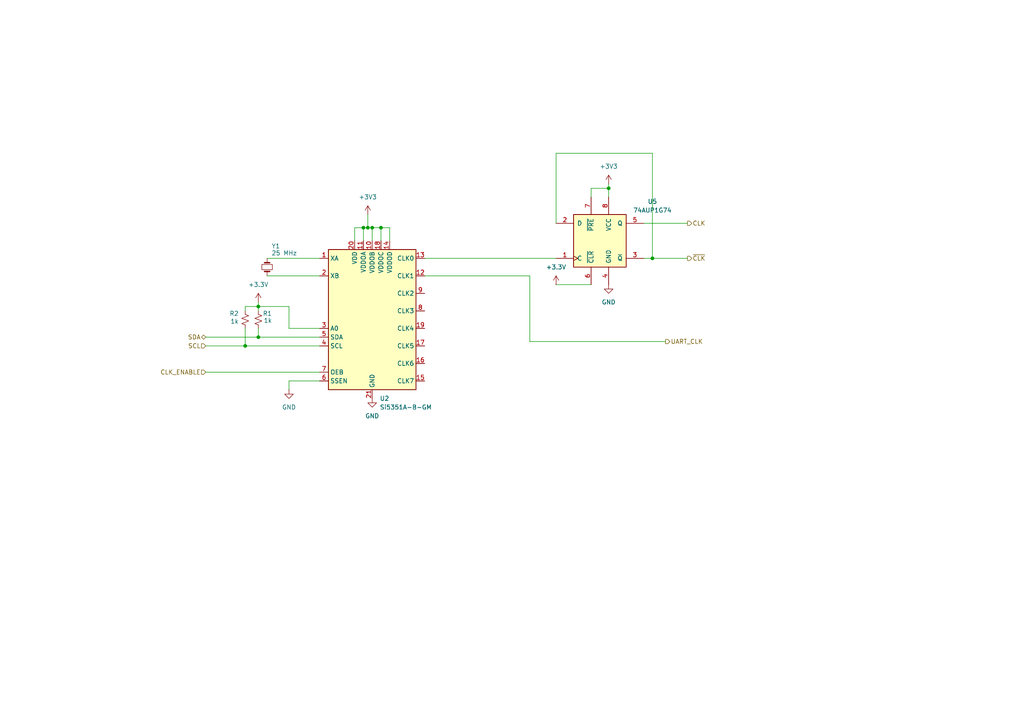
<source format=kicad_sch>
(kicad_sch (version 20231120) (generator "eeschema") (generator_version "8.0")
  (paper "A4")
  (lib_symbols
    (symbol "74xGxx:74AUP1G74" (pin_names (offset 1.016))
      (property "Reference" "U" (at -2.54 5.08 0))
      (property "Value" "74AUP1G74" (at 5.08 -5.08 0))
      (symbol "74AUP1G74_0_1"
        (rectangle (start -7.62 7.62) (end 7.62 -7.62) (stroke (width 0.254)) (fill (type background)))
      )
      (symbol "74AUP1G74_1_1"
        (pin input clock (at -12.7 -5.08 0) (length 5.08) (name "C") (number "1"))
        (pin input line (at -12.7 5.08 0) (length 5.08) (name "D") (number "2"))
        (pin output line (at 12.7 -5.08 180) (length 5.08) (name "~{Q}") (number "3"))
        (pin power_in line (at 2.54 -12.7 90) (length 5.08) (name "GND") (number "4"))
        (pin output line (at 12.7 5.08 180) (length 5.08) (name "Q") (number "5"))
        (pin input line (at -2.54 -12.7 90) (length 5.08) (name "~{CLR}") (number "6"))
        (pin input line (at -2.54 12.7 270) (length 5.08) (name "~{PRE}") (number "7"))
        (pin power_in line (at 2.54 12.7 270) (length 5.08) (name "VCC") (number "8"))
      )
    )
    (symbol "Device:Crystal_Small" (pin_numbers hide) (pin_names (offset 1.016) hide)
      (property "Reference" "Y" (at 0 2.54 0))
      (property "Value" "Crystal_Small" (at 0 -2.54 0))
      (symbol "Crystal_Small_0_1"
        (rectangle (start -0.762 -1.524) (end 0.762 1.524))
        (polyline (pts (xy -1.27 -0.762) (xy -1.27 0.762)) (stroke (width 0.381)))
        (polyline (pts (xy 1.27 -0.762) (xy 1.27 0.762)) (stroke (width 0.381)))
      )
      (symbol "Crystal_Small_1_1"
        (pin passive line (at -2.54 0 0) (length 1.27) (name "1") (number "1"))
        (pin passive line (at 2.54 0 180) (length 1.27) (name "2") (number "2"))
      )
    )
    (symbol "Device:R_Small_US" (pin_numbers hide) (pin_names (offset 0.254) hide)
      (property "Reference" "R" (at 0.762 0.508 0))
      (property "Value" "R_Small_US" (at 0.762 -1.016 0))
      (symbol "R_Small_US_1_1"
        (polyline (pts (xy 0 0) (xy 1.016 -0.381) (xy 0 -0.762) (xy -1.016 -1.143) (xy 0 -1.524)))
        (polyline (pts (xy 0 1.524) (xy 1.016 1.143) (xy 0 0.762) (xy -1.016 0.381) (xy 0 0)))
        (pin passive line (at 0 2.54 270) (length 1.016) (name "~") (number "1"))
        (pin passive line (at 0 -2.54 90) (length 1.016) (name "~") (number "2"))
      )
    )
    (symbol "Oscillator:Si5351A-B-GM"
      (property "Reference" "U" (at -12.7 21.59 0))
      (property "Value" "Si5351A-B-GM" (at -13.97 -22.86 0))
      (symbol "Si5351A-B-GM_1_1"
        (rectangle (start -12.7 20.32) (end 12.7 -20.32) (stroke (width 0.254)) (fill (type background)))
        (pin input line (at -15.24 17.78 0) (length 2.54) (name "XA") (number "1"))
        (pin power_in line (at 0 22.86 270) (length 2.54) (name "VDDOB") (number "10"))
        (pin power_in line (at -2.54 22.86 270) (length 2.54) (name "VDDOA") (number "11"))
        (pin output line (at 15.24 12.7 180) (length 2.54) (name "CLK1") (number "12"))
        (pin output line (at 15.24 17.78 180) (length 2.54) (name "CLK0") (number "13"))
        (pin power_in line (at 5.08 22.86 270) (length 2.54) (name "VDDOD") (number "14"))
        (pin output line (at 15.24 -17.78 180) (length 2.54) (name "CLK7") (number "15"))
        (pin output line (at 15.24 -12.7 180) (length 2.54) (name "CLK6") (number "16"))
        (pin output line (at 15.24 -7.62 180) (length 2.54) (name "CLK5") (number "17"))
        (pin power_in line (at 2.54 22.86 270) (length 2.54) (name "VDDOC") (number "18"))
        (pin output line (at 15.24 -2.54 180) (length 2.54) (name "CLK4") (number "19"))
        (pin input line (at -15.24 12.7 0) (length 2.54) (name "XB") (number "2"))
        (pin power_in line (at -5.08 22.86 270) (length 2.54) (name "VDD") (number "20"))
        (pin power_in line (at 0 -22.86 90) (length 2.54) (name "GND") (number "21"))
        (pin input line (at -15.24 -2.54 0) (length 2.54) (name "A0") (number "3"))
        (pin input line (at -15.24 -7.62 0) (length 2.54) (name "SCL") (number "4"))
        (pin bidirectional line (at -15.24 -5.08 0) (length 2.54) (name "SDA") (number "5"))
        (pin input line (at -15.24 -17.78 0) (length 2.54) (name "SSEN") (number "6"))
        (pin input line (at -15.24 -15.24 0) (length 2.54) (name "OEB") (number "7"))
        (pin output line (at 15.24 2.54 180) (length 2.54) (name "CLK3") (number "8"))
        (pin output line (at 15.24 7.62 180) (length 2.54) (name "CLK2") (number "9"))
      )
    )
    (symbol "power:+3.3V" (power) (pin_numbers hide) (pin_names (offset 0) hide)
      (property "Value" "+3.3V" (at 0 3.556 0))
      (symbol "+3.3V_0_1"
        (polyline (pts (xy -0.762 1.27) (xy 0 2.54)))
        (polyline (pts (xy 0 0) (xy 0 2.54)))
        (polyline (pts (xy 0 2.54) (xy 0.762 1.27)))
      )
      (symbol "+3.3V_1_1"
        (pin power_in line (at 0 0 90) (length 0) (name "~") (number "1"))
      )
    )
    (symbol "power:+3V3" (power) (pin_numbers hide) (pin_names (offset 0) hide)
      (property "Value" "+3V3" (at 0 3.556 0))
      (symbol "+3V3_0_1"
        (polyline (pts (xy -0.762 1.27) (xy 0 2.54)))
        (polyline (pts (xy 0 0) (xy 0 2.54)))
        (polyline (pts (xy 0 2.54) (xy 0.762 1.27)))
      )
      (symbol "+3V3_1_1"
        (pin power_in line (at 0 0 90) (length 0) (name "~") (number "1"))
      )
    )
    (symbol "power:GND" (power) (pin_numbers hide) (pin_names (offset 0) hide)
      (property "Value" "GND" (at 0 -3.81 0))
      (symbol "GND_0_1"
        (polyline (pts (xy 0 0) (xy 0 -1.27) (xy 1.27 -1.27) (xy 0 -2.54) (xy -1.27 -1.27) (xy 0 -1.27)))
      )
      (symbol "GND_1_1"
        (pin power_in line (at 0 0 270) (length 0) (name "~") (number "1"))
      )
    )
  )
  (junction (at 176.53 54.61))
  (junction (at 107.95 66.04))
  (junction (at 74.93 97.79))
  (junction (at 105.41 66.04))
  (junction (at 74.93 88.9))
  (junction (at 71.12 100.33))
  (junction (at 110.49 66.04))
  (junction (at 106.68 66.04))
  (junction (at 189.23 74.93))
  (wire (pts (xy 71.12 100.33) (xy 92.71 100.33)))
  (wire (pts (xy 176.53 54.61) (xy 176.53 57.15)))
  (wire (pts (xy 74.93 87.63) (xy 74.93 88.9)))
  (wire (pts (xy 153.67 99.06) (xy 193.04 99.06)))
  (wire (pts (xy 59.69 107.95) (xy 92.71 107.95)))
  (wire (pts (xy 83.82 110.49) (xy 83.82 113.03)))
  (wire (pts (xy 123.19 74.93) (xy 161.29 74.93)))
  (wire (pts (xy 107.95 66.04) (xy 107.95 69.85)))
  (wire (pts (xy 74.93 88.9) (xy 71.12 88.9)))
  (wire (pts (xy 102.87 66.04) (xy 102.87 69.85)))
  (wire (pts (xy 189.23 44.45) (xy 189.23 74.93)))
  (wire (pts (xy 110.49 66.04) (xy 113.03 66.04)))
  (wire (pts (xy 123.19 80.01) (xy 153.67 80.01)))
  (wire (pts (xy 59.69 97.79) (xy 74.93 97.79)))
  (wire (pts (xy 74.93 88.9) (xy 83.82 88.9)))
  (wire (pts (xy 83.82 88.9) (xy 83.82 95.25)))
  (wire (pts (xy 105.41 66.04) (xy 102.87 66.04)))
  (wire (pts (xy 59.69 100.33) (xy 71.12 100.33)))
  (wire (pts (xy 161.29 44.45) (xy 189.23 44.45)))
  (wire (pts (xy 113.03 66.04) (xy 113.03 69.85)))
  (wire (pts (xy 71.12 95.25) (xy 71.12 100.33)))
  (wire (pts (xy 106.68 62.23) (xy 106.68 66.04)))
  (wire (pts (xy 106.68 66.04) (xy 107.95 66.04)))
  (wire (pts (xy 161.29 82.55) (xy 171.45 82.55)))
  (wire (pts (xy 186.69 64.77) (xy 199.39 64.77)))
  (wire (pts (xy 107.95 66.04) (xy 110.49 66.04)))
  (wire (pts (xy 77.47 80.01) (xy 92.71 80.01)))
  (wire (pts (xy 77.47 74.93) (xy 92.71 74.93)))
  (wire (pts (xy 153.67 80.01) (xy 153.67 99.06)))
  (wire (pts (xy 92.71 110.49) (xy 83.82 110.49)))
  (wire (pts (xy 71.12 88.9) (xy 71.12 90.17)))
  (wire (pts (xy 74.93 95.25) (xy 74.93 97.79)))
  (wire (pts (xy 171.45 57.15) (xy 171.45 54.61)))
  (wire (pts (xy 186.69 74.93) (xy 189.23 74.93)))
  (wire (pts (xy 83.82 95.25) (xy 92.71 95.25)))
  (wire (pts (xy 189.23 74.93) (xy 199.39 74.93)))
  (wire (pts (xy 74.93 90.17) (xy 74.93 88.9)))
  (wire (pts (xy 176.53 53.34) (xy 176.53 54.61)))
  (wire (pts (xy 161.29 64.77) (xy 161.29 44.45)))
  (wire (pts (xy 171.45 54.61) (xy 176.53 54.61)))
  (wire (pts (xy 110.49 66.04) (xy 110.49 69.85)))
  (wire (pts (xy 106.68 66.04) (xy 105.41 66.04)))
  (wire (pts (xy 105.41 66.04) (xy 105.41 69.85)))
  (wire (pts (xy 74.93 97.79) (xy 92.71 97.79)))
  (hierarchical_label "CLK_ENABLE" (shape input) (at 59.69 107.95 180))
  (hierarchical_label "SCL" (shape input) (at 59.69 100.33 180))
  (hierarchical_label "UART_CLK" (shape output) (at 193.04 99.06 0))
  (hierarchical_label "~{CLK}" (shape output) (at 199.39 74.93 0))
  (hierarchical_label "CLK" (shape output) (at 199.39 64.77 0))
  (hierarchical_label "SDA" (shape bidirectional) (at 59.69 97.79 180))
  (symbol (lib_id "power:+3.3V") (at 161.29 82.55 0) (unit 1)
    (property "Reference" "#PWR05" (effects (hide yes)))
    (property "Value" "+3.3V" (at 161.29 77.47 0))
    (property "Description" "Power symbol creates a global label with name \"+3.3V\"" (effects (hide yes)))
  )
  (symbol (lib_id "74xGxx:74AUP1G74") (at 173.99 69.85 0) (unit 1)
    (property "Reference" "U5" (at 189.23 58.4514 0))
    (property "Value" "74AUP1G74" (at 189.23 60.9914 0))
    (property "Datasheet" "http://www.ti.com/lit/sg/scyt129e/scyt129e.pdf" (effects (hide yes)))
    (property "Description" "Single D Flip-Flop, Low-Voltage CMOS" (effects (hide yes)))
  )
  (symbol (lib_id "power:+3V3") (at 176.53 53.34 0) (unit 1)
    (property "Reference" "#PWR03" (effects (hide yes)))
    (property "Value" "+3V3" (at 176.53 48.26 0))
    (property "Description" "Power symbol creates a global label with name \"+3V3\"" (effects (hide yes)))
  )
  (symbol (lib_id "Oscillator:Si5351A-B-GM") (at 107.95 92.71 0) (unit 1)
    (property "Reference" "U2" (at 110.1441 115.57 0) (effects (justify left)))
    (property "Value" "Si5351A-B-GM" (at 110.1441 118.11 0) (effects (justify left)))
    (property "Footprint" "Package_DFN_QFN:QFN-20-1EP_4x4mm_P0.5mm_EP2.7x2.7mm" (effects (hide yes)))
    (property "Datasheet" "https://www.silabs.com/documents/public/data-sheets/Si5351-B.pdf" (effects (hide yes)))
    (property "Description" "I2C Programmable Any-Frequency CMOS Clock Generator, QFN-20" (effects (hide yes)))
  )
  (symbol (lib_id "Device:R_Small_US") (at 74.93 92.71 0) (unit 1)
    (property "Reference" "R1" (at 76.2 90.932 0) (effects (justify left)))
    (property "Value" "1k" (at 76.454 92.964 0) (effects (justify left)))
    (property "Description" "Resistor, small US symbol" (effects (hide yes)))
  )
  (symbol (lib_id "power:GND") (at 176.53 82.55 0) (unit 1)
    (property "Reference" "#PWR02" (effects (hide yes)))
    (property "Value" "GND" (at 176.53 87.63 0))
    (property "Description" "Power symbol creates a global label with name \"GND\" , ground" (effects (hide yes)))
  )
  (symbol (lib_id "power:+3V3") (at 106.68 62.23 0) (unit 1)
    (property "Reference" "#PWR01" (effects (hide yes)))
    (property "Value" "+3V3" (at 106.68 57.15 0))
    (property "Description" "Power symbol creates a global label with name \"+3V3\"" (effects (hide yes)))
  )
  (symbol (lib_id "power:GND") (at 83.82 113.03 0) (unit 1)
    (property "Reference" "#PWR06" (effects (hide yes)))
    (property "Value" "GND" (at 83.82 118.11 0))
    (property "Description" "Power symbol creates a global label with name \"GND\" , ground" (effects (hide yes)))
  )
  (symbol (lib_id "Device:Crystal_Small") (at 77.47 77.47 90) (unit 1)
    (property "Reference" "Y1" (at 78.74 71.374 90) (effects (justify right)))
    (property "Value" "25 MHz" (at 78.74 73.406 90) (effects (justify right)))
    (property "Description" "Two pin crystal, small symbol" (effects (hide yes)))
  )
  (symbol (lib_id "power:GND") (at 107.95 115.57 0) (unit 1)
    (property "Reference" "#PWR07" (effects (hide yes)))
    (property "Value" "GND" (at 107.95 120.65 0))
    (property "Description" "Power symbol creates a global label with name \"GND\" , ground" (effects (hide yes)))
  )
  (symbol (lib_id "Device:R_Small_US") (at 71.12 92.71 0) (unit 1)
    (property "Reference" "R2" (at 66.548 90.932 0) (effects (justify left)))
    (property "Value" "1k" (at 66.802 93.218 0) (effects (justify left)))
    (property "Description" "Resistor, small US symbol" (effects (hide yes)))
  )
  (symbol (lib_id "power:+3.3V") (at 74.93 87.63 0) (unit 1)
    (property "Reference" "#PWR04" (effects (hide yes)))
    (property "Value" "+3.3V" (at 74.93 82.55 0))
    (property "Description" "Power symbol creates a global label with name \"+3.3V\"" (effects (hide yes)))
  )
)
</source>
